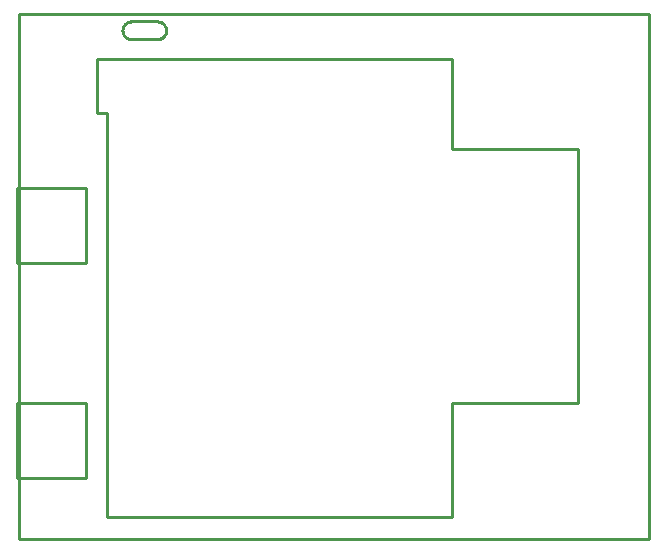
<source format=gko>
G04 Layer: BoardOutlineLayer*
G04 EasyEDA v6.5.34, 2023-08-21 18:11:39*
G04 5c87355bc908427197e19914ae2d944d,5a6b42c53f6a479593ecc07194224c93,10*
G04 Gerber Generator version 0.2*
G04 Scale: 100 percent, Rotated: No, Reflected: No *
G04 Dimensions in millimeters *
G04 leading zeros omitted , absolute positions ,4 integer and 5 decimal *
%FSLAX45Y45*%
%MOMM*%

%ADD10C,0.2540*%
D10*
X40894000Y4445000D02*
G01*
X46228000Y4445000D01*
X46228000Y0D01*
X40894000Y0D01*
X40894000Y4445000D01*
X42069727Y4384154D02*
G01*
X42065989Y4384248D01*
X42065989Y4384248D02*
G01*
X41845989Y4384248D01*
X41845989Y4384248D02*
G01*
X41842250Y4384154D01*
X41842250Y4384154D02*
G01*
X41838521Y4383874D01*
X41838521Y4383874D02*
G01*
X41834810Y4383410D01*
X41834810Y4383410D02*
G01*
X41831127Y4382762D01*
X41831127Y4382762D02*
G01*
X41827483Y4381929D01*
X41827483Y4381929D02*
G01*
X41823881Y4380915D01*
X41823881Y4380915D02*
G01*
X41820338Y4379724D01*
X41820338Y4379724D02*
G01*
X41816855Y4378358D01*
X41816855Y4378358D02*
G01*
X41813446Y4376821D01*
X41813446Y4376821D02*
G01*
X41810119Y4375114D01*
X41810119Y4375114D02*
G01*
X41806881Y4373245D01*
X41806881Y4373245D02*
G01*
X41803739Y4371215D01*
X41803739Y4371215D02*
G01*
X41800703Y4369033D01*
X41800703Y4369033D02*
G01*
X41797780Y4366701D01*
X41797780Y4366701D02*
G01*
X41794976Y4364228D01*
X41794976Y4364228D02*
G01*
X41792298Y4361616D01*
X41792298Y4361616D02*
G01*
X41789753Y4358873D01*
X41789753Y4358873D02*
G01*
X41787351Y4356008D01*
X41787351Y4356008D02*
G01*
X41785092Y4353029D01*
X41785092Y4353029D02*
G01*
X41782987Y4349937D01*
X41782987Y4349937D02*
G01*
X41781036Y4346747D01*
X41781036Y4346747D02*
G01*
X41779248Y4343463D01*
X41779248Y4343463D02*
G01*
X41777625Y4340092D01*
X41777625Y4340092D02*
G01*
X41776172Y4336648D01*
X41776172Y4336648D02*
G01*
X41774894Y4333133D01*
X41774894Y4333133D02*
G01*
X41773792Y4329559D01*
X41773792Y4329559D02*
G01*
X41772867Y4325937D01*
X41772867Y4325937D02*
G01*
X41772128Y4322269D01*
X41772128Y4322269D02*
G01*
X41771570Y4318574D01*
X41771570Y4318574D02*
G01*
X41771199Y4314852D01*
X41771199Y4314852D02*
G01*
X41771011Y4311116D01*
X41771011Y4311116D02*
G01*
X41771011Y4307377D01*
X41771011Y4307377D02*
G01*
X41771199Y4303641D01*
X41771199Y4303641D02*
G01*
X41771570Y4299920D01*
X41771570Y4299920D02*
G01*
X41772128Y4296224D01*
X41772128Y4296224D02*
G01*
X41772867Y4292556D01*
X41772867Y4292556D02*
G01*
X41773792Y4288934D01*
X41773792Y4288934D02*
G01*
X41774894Y4285361D01*
X41774894Y4285361D02*
G01*
X41776172Y4281845D01*
X41776172Y4281845D02*
G01*
X41777625Y4278401D01*
X41777625Y4278401D02*
G01*
X41779248Y4275030D01*
X41779248Y4275030D02*
G01*
X41781036Y4271746D01*
X41781036Y4271746D02*
G01*
X41782987Y4268556D01*
X41782987Y4268556D02*
G01*
X41785092Y4265465D01*
X41785092Y4265465D02*
G01*
X41787351Y4262485D01*
X41787351Y4262485D02*
G01*
X41789753Y4259620D01*
X41789753Y4259620D02*
G01*
X41792298Y4256877D01*
X41792298Y4256877D02*
G01*
X41794976Y4254266D01*
X41794976Y4254266D02*
G01*
X41797780Y4251792D01*
X41797780Y4251792D02*
G01*
X41800703Y4249460D01*
X41800703Y4249460D02*
G01*
X41803739Y4247278D01*
X41803739Y4247278D02*
G01*
X41806881Y4245249D01*
X41806881Y4245249D02*
G01*
X41810119Y4243379D01*
X41810119Y4243379D02*
G01*
X41813446Y4241672D01*
X41813446Y4241672D02*
G01*
X41816855Y4240136D01*
X41816855Y4240136D02*
G01*
X41820338Y4238769D01*
X41820338Y4238769D02*
G01*
X41823881Y4237578D01*
X41823881Y4237578D02*
G01*
X41827483Y4236565D01*
X41827483Y4236565D02*
G01*
X41831127Y4235731D01*
X41831127Y4235731D02*
G01*
X41834810Y4235084D01*
X41834810Y4235084D02*
G01*
X41838521Y4234619D01*
X41838521Y4234619D02*
G01*
X41842250Y4234340D01*
X41842250Y4234340D02*
G01*
X41845989Y4234246D01*
X41845989Y4234246D02*
G01*
X42065989Y4234246D01*
X42065989Y4234246D02*
G01*
X42069727Y4234340D01*
X42069727Y4234340D02*
G01*
X42073456Y4234619D01*
X42073456Y4234619D02*
G01*
X42077167Y4235084D01*
X42077167Y4235084D02*
G01*
X42080850Y4235731D01*
X42080850Y4235731D02*
G01*
X42084495Y4236565D01*
X42084495Y4236565D02*
G01*
X42088097Y4237578D01*
X42088097Y4237578D02*
G01*
X42091640Y4238769D01*
X42091640Y4238769D02*
G01*
X42095122Y4240136D01*
X42095122Y4240136D02*
G01*
X42098531Y4241672D01*
X42098531Y4241672D02*
G01*
X42101858Y4243379D01*
X42101858Y4243379D02*
G01*
X42105097Y4245249D01*
X42105097Y4245249D02*
G01*
X42108239Y4247278D01*
X42108239Y4247278D02*
G01*
X42111274Y4249460D01*
X42111274Y4249460D02*
G01*
X42114198Y4251792D01*
X42114198Y4251792D02*
G01*
X42117002Y4254266D01*
X42117002Y4254266D02*
G01*
X42119679Y4256877D01*
X42119679Y4256877D02*
G01*
X42122224Y4259620D01*
X42122224Y4259620D02*
G01*
X42124627Y4262485D01*
X42124627Y4262485D02*
G01*
X42126885Y4265465D01*
X42126885Y4265465D02*
G01*
X42128991Y4268556D01*
X42128991Y4268556D02*
G01*
X42130941Y4271746D01*
X42130941Y4271746D02*
G01*
X42132730Y4275030D01*
X42132730Y4275030D02*
G01*
X42134353Y4278401D01*
X42134353Y4278401D02*
G01*
X42135806Y4281845D01*
X42135806Y4281845D02*
G01*
X42137083Y4285361D01*
X42137083Y4285361D02*
G01*
X42138185Y4288934D01*
X42138185Y4288934D02*
G01*
X42139110Y4292556D01*
X42139110Y4292556D02*
G01*
X42139849Y4296224D01*
X42139849Y4296224D02*
G01*
X42140408Y4299920D01*
X42140408Y4299920D02*
G01*
X42140779Y4303641D01*
X42140779Y4303641D02*
G01*
X42140967Y4307377D01*
X42140967Y4307377D02*
G01*
X42140967Y4311116D01*
X42140967Y4311116D02*
G01*
X42140779Y4314852D01*
X42140779Y4314852D02*
G01*
X42140408Y4318574D01*
X42140408Y4318574D02*
G01*
X42139849Y4322269D01*
X42139849Y4322269D02*
G01*
X42139110Y4325937D01*
X42139110Y4325937D02*
G01*
X42138185Y4329559D01*
X42138185Y4329559D02*
G01*
X42137083Y4333133D01*
X42137083Y4333133D02*
G01*
X42135806Y4336648D01*
X42135806Y4336648D02*
G01*
X42134353Y4340092D01*
X42134353Y4340092D02*
G01*
X42132730Y4343463D01*
X42132730Y4343463D02*
G01*
X42130941Y4346747D01*
X42130941Y4346747D02*
G01*
X42128991Y4349937D01*
X42128991Y4349937D02*
G01*
X42126885Y4353029D01*
X42126885Y4353029D02*
G01*
X42124627Y4356008D01*
X42124627Y4356008D02*
G01*
X42122224Y4358873D01*
X42122224Y4358873D02*
G01*
X42119679Y4361616D01*
X42119679Y4361616D02*
G01*
X42117002Y4364228D01*
X42117002Y4364228D02*
G01*
X42114198Y4366701D01*
X42114198Y4366701D02*
G01*
X42111274Y4369033D01*
X42111274Y4369033D02*
G01*
X42108239Y4371215D01*
X42108239Y4371215D02*
G01*
X42105097Y4373245D01*
X42105097Y4373245D02*
G01*
X42101858Y4375114D01*
X42101858Y4375114D02*
G01*
X42098531Y4376821D01*
X42098531Y4376821D02*
G01*
X42095122Y4378358D01*
X42095122Y4378358D02*
G01*
X42091640Y4379724D01*
X42091640Y4379724D02*
G01*
X42088097Y4380915D01*
X42088097Y4380915D02*
G01*
X42084495Y4381929D01*
X42084495Y4381929D02*
G01*
X42080850Y4382762D01*
X42080850Y4382762D02*
G01*
X42077167Y4383410D01*
X42077167Y4383410D02*
G01*
X42073456Y4383874D01*
X42073456Y4383874D02*
G01*
X42069727Y4384154D01*
X41554400Y4064000D02*
G01*
X44564300Y4064000D01*
X44564300Y4064000D02*
G01*
X44564300Y3302000D01*
X44564300Y3302000D02*
G01*
X45631100Y3302000D01*
X45631100Y3302000D02*
G01*
X45631100Y1155700D01*
X45631100Y1155700D02*
G01*
X44564300Y1155700D01*
X44564300Y1155700D02*
G01*
X44564300Y190500D01*
X44564300Y190500D02*
G01*
X41643300Y190500D01*
X41643300Y190500D02*
G01*
X41643300Y3606800D01*
X41643300Y3606800D02*
G01*
X41554400Y3606800D01*
X41554400Y3606800D02*
G01*
X41554400Y4064000D01*
X40881300Y2971800D02*
G01*
X40881300Y2336800D01*
X40881300Y2336800D02*
G01*
X41465500Y2336800D01*
X41465500Y2336800D02*
G01*
X41465500Y2971800D01*
X41465500Y2971800D02*
G01*
X40881300Y2971800D01*
X40881300Y1155700D02*
G01*
X40881300Y520700D01*
X40881300Y520700D02*
G01*
X41465500Y520700D01*
X41465500Y520700D02*
G01*
X41465500Y1155700D01*
X41465500Y1155700D02*
G01*
X40881300Y1155700D01*

%LPD*%
M02*

</source>
